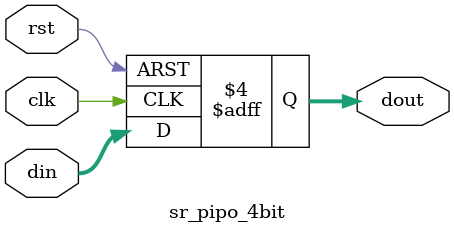
<source format=v>
module sr_pipo_4bit(din, clk, rst, dout) ;
	
	input rst, clk ;
	input [3:0] din ;
	output reg [3:0] dout ;

	always @(posedge(clk), posedge(rst))
		begin
			if (rst == 1 'b1)
				dout = 4 'd0 ;

			else if (clk == 1 'b1)
				dout = din ;
		end

endmodule


</source>
